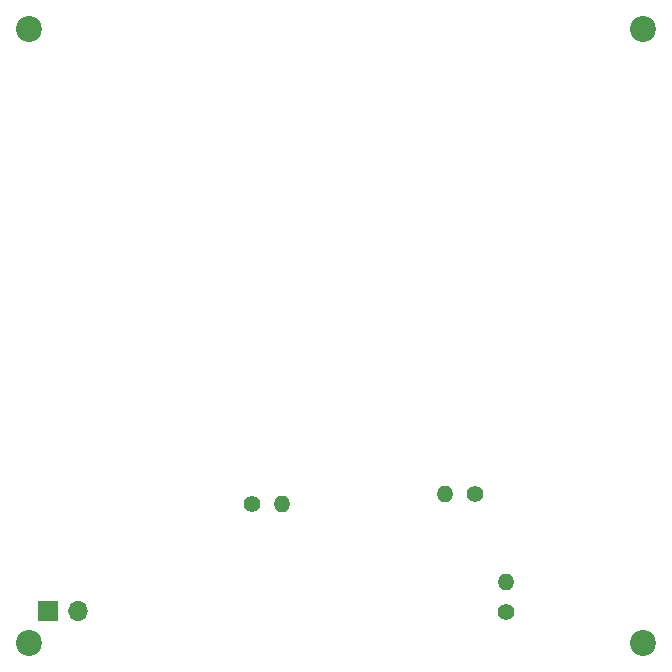
<source format=gbr>
G04 #@! TF.GenerationSoftware,KiCad,Pcbnew,(6.0.4)*
G04 #@! TF.CreationDate,2022-07-06T17:52:27+08:00*
G04 #@! TF.ProjectId,BQ51013_EVB,42513531-3031-4335-9f45-56422e6b6963,rev?*
G04 #@! TF.SameCoordinates,Original*
G04 #@! TF.FileFunction,Soldermask,Bot*
G04 #@! TF.FilePolarity,Negative*
%FSLAX46Y46*%
G04 Gerber Fmt 4.6, Leading zero omitted, Abs format (unit mm)*
G04 Created by KiCad (PCBNEW (6.0.4)) date 2022-07-06 17:52:27*
%MOMM*%
%LPD*%
G01*
G04 APERTURE LIST*
%ADD10C,2.200000*%
%ADD11R,1.700000X1.700000*%
%ADD12O,1.700000X1.700000*%
%ADD13C,1.400000*%
%ADD14O,1.400000X1.400000*%
G04 APERTURE END LIST*
D10*
G04 #@! TO.C,J1*
X133610000Y-71790000D03*
G04 #@! TD*
G04 #@! TO.C,J2*
X133610000Y-123790000D03*
G04 #@! TD*
G04 #@! TO.C,J3*
X185610000Y-71790000D03*
G04 #@! TD*
G04 #@! TO.C,J4*
X185610000Y-123790000D03*
G04 #@! TD*
D11*
G04 #@! TO.C,J5*
X135250000Y-121090000D03*
D12*
X137790000Y-121090000D03*
G04 #@! TD*
D13*
G04 #@! TO.C,J6*
X171410000Y-111140000D03*
D14*
X168870000Y-111140000D03*
G04 #@! TD*
D13*
G04 #@! TO.C,TH1*
X174010000Y-121180000D03*
D14*
X174010000Y-118640000D03*
G04 #@! TD*
D13*
G04 #@! TO.C,TH2*
X152490000Y-112060000D03*
D14*
X155030000Y-112060000D03*
G04 #@! TD*
M02*

</source>
